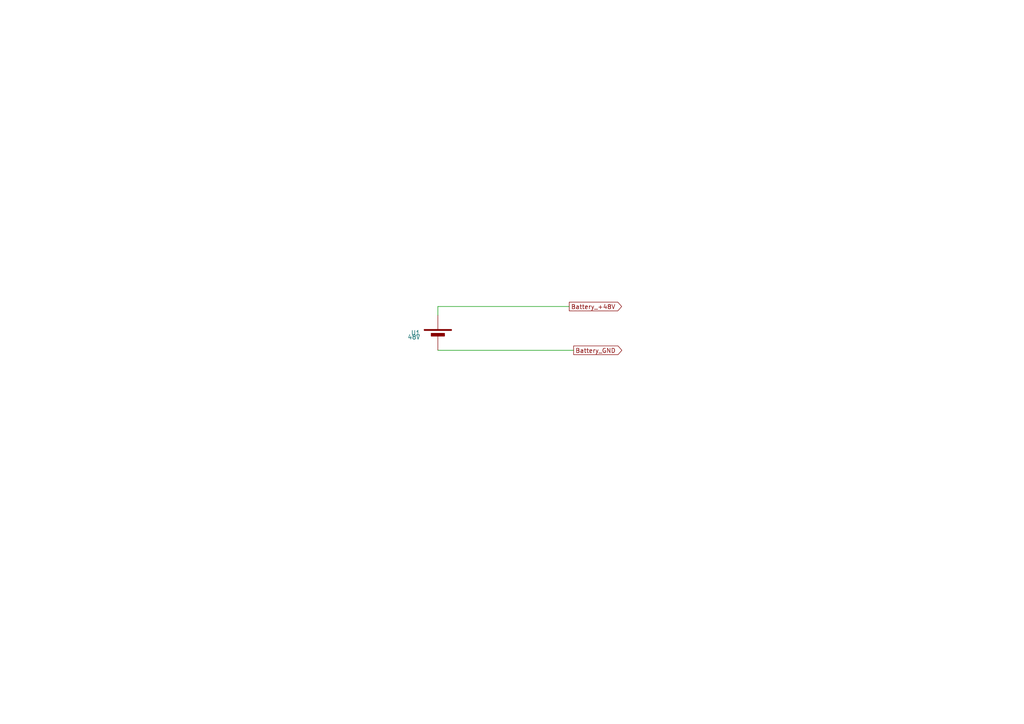
<source format=kicad_sch>
(kicad_sch (version 20230121) (generator eeschema)
  (paper "A4")
  (title_block (title "Hyperloop 48V") (company "Hoschule Emden Leer") (comment 1 "Battery"))
  (lib_symbols
    (symbol "PCM_Elektuur_1:U" (pin_numbers hide) (pin_names (offset 0) hide)
      (property "Reference" "U" (at 0.635 3.175 0))
      (property "Value" "${SIM.PARAMS}" (at 0.635 -3.175 0))
      (symbol "U_1_1"
        (rectangle (start -3.937 0.9398) (end 3.937 0.6858) (stroke (width 0.254)) (fill (type outline)))
        (rectangle (start -1.905 -0.1778) (end 1.905 -0.9398) (stroke (width 0.254)) (fill (type outline)))
        (pin passive line (at 0 5.08 270) (length 4.1402) (name "+") (number "1"))
        (pin passive line (at 0 -5.08 90) (length 4.1402) (name "-") (number "2"))
      )
      (symbol "U_1_2"
        (rectangle (start -3.937 0.6858) (end 3.937 0.4318) (stroke (width 0.254)) (fill (type outline)))
        (rectangle (start -1.905 -0.4318) (end 1.905 -1.1938) (stroke (width 0.254)) (fill (type outline)))
        (pin passive line (at 0 5.08 270) (length 4.3942) (name "+") (number "1"))
        (pin passive line (at 0 -5.08 90) (length 3.8862) (name "-") (number "2"))
      )
    )
  )
  (wire (pts (xy 127 101.6) (xy 166.37 101.6)))
  (wire (pts (xy 127 88.9) (xy 165.1 88.9)))
  (wire (pts (xy 127 91.44) (xy 127 88.9)))
  (global_label "Battery_GND" (shape output) (at 166.37 101.6 0) (property "Intersheetrefs" "${INTERSHEET_REFS}" (effects hide)))
  (global_label "Battery_+48V" (shape output) (at 165.1 88.9 0) (property "Intersheetrefs" "${INTERSHEET_REFS}" (effects hide)))
  (symbol (lib_id "PCM_Elektuur_1:U") (at 127 96.52 0) (unit 1)
    (property "Reference" "U1" (at 121.92 96.52 0) (effects (justify right)))
    (property "Value" "48V" (at 121.92 97.79 0) (effects (justify right)))
    (property "Sim.Pins" "1=1 1=2 2=3 2=4" (effects hide))
    (property "Sim.Device" "SPICE" (effects hide))
    (property "Sim.Params" "type=\"V\" model=\"U\" lib=\"\"" (effects hide))
    (property "Indicator" "+" (effects hide))
    (property "Rating" "500 Ah" (effects hide))
  )
)
</source>
